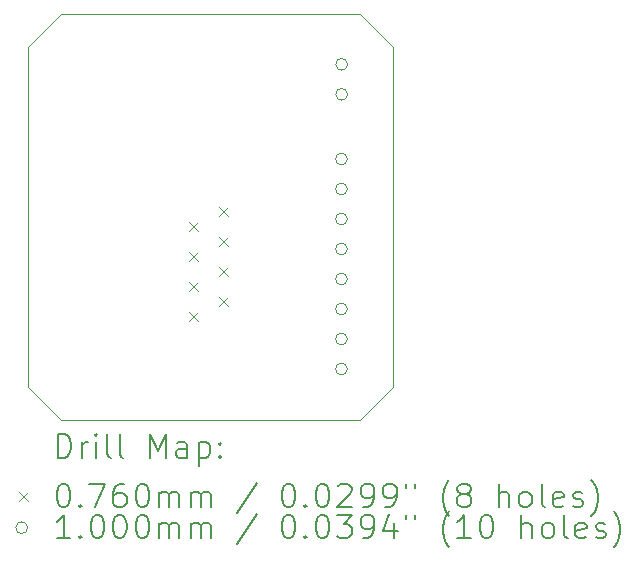
<source format=gbr>
%FSLAX45Y45*%
G04 Gerber Fmt 4.5, Leading zero omitted, Abs format (unit mm)*
G04 Created by KiCad (PCBNEW (6.0.0-0)) date 2023-03-28 13:07:50*
%MOMM*%
%LPD*%
G01*
G04 APERTURE LIST*
%TA.AperFunction,Profile*%
%ADD10C,0.100000*%
%TD*%
%ADD11C,0.200000*%
%ADD12C,0.076000*%
%ADD13C,0.100000*%
G04 APERTURE END LIST*
D10*
X2372400Y-5892800D02*
X2093000Y-5613400D01*
X4899700Y-5892800D02*
X5179100Y-5613400D01*
X2372400Y-2451100D02*
X2093000Y-2730500D01*
X5179100Y-2730500D02*
X5179100Y-5613400D01*
X4899700Y-2451100D02*
X2372400Y-2451100D01*
X2093000Y-5613400D02*
X2093000Y-2730500D01*
X4899700Y-2451100D02*
X5179100Y-2730500D01*
X4899700Y-5892800D02*
X2372400Y-5892800D01*
D11*
D12*
X3456500Y-4216500D02*
X3532500Y-4292500D01*
X3532500Y-4216500D02*
X3456500Y-4292500D01*
X3456500Y-4470500D02*
X3532500Y-4546500D01*
X3532500Y-4470500D02*
X3456500Y-4546500D01*
X3456500Y-4724500D02*
X3532500Y-4800500D01*
X3532500Y-4724500D02*
X3456500Y-4800500D01*
X3456500Y-4978500D02*
X3532500Y-5054500D01*
X3532500Y-4978500D02*
X3456500Y-5054500D01*
X3710500Y-4089500D02*
X3786500Y-4165500D01*
X3786500Y-4089500D02*
X3710500Y-4165500D01*
X3710500Y-4343500D02*
X3786500Y-4419500D01*
X3786500Y-4343500D02*
X3710500Y-4419500D01*
X3710500Y-4597500D02*
X3786500Y-4673500D01*
X3786500Y-4597500D02*
X3710500Y-4673500D01*
X3710500Y-4851500D02*
X3786500Y-4927500D01*
X3786500Y-4851500D02*
X3710500Y-4927500D01*
D13*
X4794800Y-3680000D02*
G75*
G03*
X4794800Y-3680000I-50000J0D01*
G01*
X4794800Y-3934000D02*
G75*
G03*
X4794800Y-3934000I-50000J0D01*
G01*
X4794800Y-4188000D02*
G75*
G03*
X4794800Y-4188000I-50000J0D01*
G01*
X4794800Y-4442000D02*
G75*
G03*
X4794800Y-4442000I-50000J0D01*
G01*
X4794800Y-4696000D02*
G75*
G03*
X4794800Y-4696000I-50000J0D01*
G01*
X4794800Y-4950000D02*
G75*
G03*
X4794800Y-4950000I-50000J0D01*
G01*
X4794800Y-5204000D02*
G75*
G03*
X4794800Y-5204000I-50000J0D01*
G01*
X4794800Y-5458000D02*
G75*
G03*
X4794800Y-5458000I-50000J0D01*
G01*
X4797300Y-2878500D02*
G75*
G03*
X4797300Y-2878500I-50000J0D01*
G01*
X4797300Y-3132500D02*
G75*
G03*
X4797300Y-3132500I-50000J0D01*
G01*
D11*
X2345619Y-6208276D02*
X2345619Y-6008276D01*
X2393238Y-6008276D01*
X2421810Y-6017800D01*
X2440857Y-6036848D01*
X2450381Y-6055895D01*
X2459905Y-6093990D01*
X2459905Y-6122562D01*
X2450381Y-6160657D01*
X2440857Y-6179705D01*
X2421810Y-6198752D01*
X2393238Y-6208276D01*
X2345619Y-6208276D01*
X2545619Y-6208276D02*
X2545619Y-6074943D01*
X2545619Y-6113038D02*
X2555143Y-6093990D01*
X2564667Y-6084467D01*
X2583714Y-6074943D01*
X2602762Y-6074943D01*
X2669429Y-6208276D02*
X2669429Y-6074943D01*
X2669429Y-6008276D02*
X2659905Y-6017800D01*
X2669429Y-6027324D01*
X2678952Y-6017800D01*
X2669429Y-6008276D01*
X2669429Y-6027324D01*
X2793238Y-6208276D02*
X2774190Y-6198752D01*
X2764667Y-6179705D01*
X2764667Y-6008276D01*
X2898000Y-6208276D02*
X2878952Y-6198752D01*
X2869428Y-6179705D01*
X2869428Y-6008276D01*
X3126571Y-6208276D02*
X3126571Y-6008276D01*
X3193238Y-6151133D01*
X3259905Y-6008276D01*
X3259905Y-6208276D01*
X3440857Y-6208276D02*
X3440857Y-6103514D01*
X3431333Y-6084467D01*
X3412286Y-6074943D01*
X3374190Y-6074943D01*
X3355143Y-6084467D01*
X3440857Y-6198752D02*
X3421809Y-6208276D01*
X3374190Y-6208276D01*
X3355143Y-6198752D01*
X3345619Y-6179705D01*
X3345619Y-6160657D01*
X3355143Y-6141609D01*
X3374190Y-6132086D01*
X3421809Y-6132086D01*
X3440857Y-6122562D01*
X3536095Y-6074943D02*
X3536095Y-6274943D01*
X3536095Y-6084467D02*
X3555143Y-6074943D01*
X3593238Y-6074943D01*
X3612286Y-6084467D01*
X3621809Y-6093990D01*
X3631333Y-6113038D01*
X3631333Y-6170181D01*
X3621809Y-6189228D01*
X3612286Y-6198752D01*
X3593238Y-6208276D01*
X3555143Y-6208276D01*
X3536095Y-6198752D01*
X3717048Y-6189228D02*
X3726571Y-6198752D01*
X3717048Y-6208276D01*
X3707524Y-6198752D01*
X3717048Y-6189228D01*
X3717048Y-6208276D01*
X3717048Y-6084467D02*
X3726571Y-6093990D01*
X3717048Y-6103514D01*
X3707524Y-6093990D01*
X3717048Y-6084467D01*
X3717048Y-6103514D01*
D12*
X2012000Y-6499800D02*
X2088000Y-6575800D01*
X2088000Y-6499800D02*
X2012000Y-6575800D01*
D11*
X2383714Y-6428276D02*
X2402762Y-6428276D01*
X2421810Y-6437800D01*
X2431333Y-6447324D01*
X2440857Y-6466371D01*
X2450381Y-6504467D01*
X2450381Y-6552086D01*
X2440857Y-6590181D01*
X2431333Y-6609228D01*
X2421810Y-6618752D01*
X2402762Y-6628276D01*
X2383714Y-6628276D01*
X2364667Y-6618752D01*
X2355143Y-6609228D01*
X2345619Y-6590181D01*
X2336095Y-6552086D01*
X2336095Y-6504467D01*
X2345619Y-6466371D01*
X2355143Y-6447324D01*
X2364667Y-6437800D01*
X2383714Y-6428276D01*
X2536095Y-6609228D02*
X2545619Y-6618752D01*
X2536095Y-6628276D01*
X2526571Y-6618752D01*
X2536095Y-6609228D01*
X2536095Y-6628276D01*
X2612286Y-6428276D02*
X2745619Y-6428276D01*
X2659905Y-6628276D01*
X2907524Y-6428276D02*
X2869428Y-6428276D01*
X2850381Y-6437800D01*
X2840857Y-6447324D01*
X2821809Y-6475895D01*
X2812286Y-6513990D01*
X2812286Y-6590181D01*
X2821809Y-6609228D01*
X2831333Y-6618752D01*
X2850381Y-6628276D01*
X2888476Y-6628276D01*
X2907524Y-6618752D01*
X2917048Y-6609228D01*
X2926571Y-6590181D01*
X2926571Y-6542562D01*
X2917048Y-6523514D01*
X2907524Y-6513990D01*
X2888476Y-6504467D01*
X2850381Y-6504467D01*
X2831333Y-6513990D01*
X2821809Y-6523514D01*
X2812286Y-6542562D01*
X3050381Y-6428276D02*
X3069428Y-6428276D01*
X3088476Y-6437800D01*
X3098000Y-6447324D01*
X3107524Y-6466371D01*
X3117048Y-6504467D01*
X3117048Y-6552086D01*
X3107524Y-6590181D01*
X3098000Y-6609228D01*
X3088476Y-6618752D01*
X3069428Y-6628276D01*
X3050381Y-6628276D01*
X3031333Y-6618752D01*
X3021809Y-6609228D01*
X3012286Y-6590181D01*
X3002762Y-6552086D01*
X3002762Y-6504467D01*
X3012286Y-6466371D01*
X3021809Y-6447324D01*
X3031333Y-6437800D01*
X3050381Y-6428276D01*
X3202762Y-6628276D02*
X3202762Y-6494943D01*
X3202762Y-6513990D02*
X3212286Y-6504467D01*
X3231333Y-6494943D01*
X3259905Y-6494943D01*
X3278952Y-6504467D01*
X3288476Y-6523514D01*
X3288476Y-6628276D01*
X3288476Y-6523514D02*
X3298000Y-6504467D01*
X3317048Y-6494943D01*
X3345619Y-6494943D01*
X3364667Y-6504467D01*
X3374190Y-6523514D01*
X3374190Y-6628276D01*
X3469428Y-6628276D02*
X3469428Y-6494943D01*
X3469428Y-6513990D02*
X3478952Y-6504467D01*
X3498000Y-6494943D01*
X3526571Y-6494943D01*
X3545619Y-6504467D01*
X3555143Y-6523514D01*
X3555143Y-6628276D01*
X3555143Y-6523514D02*
X3564667Y-6504467D01*
X3583714Y-6494943D01*
X3612286Y-6494943D01*
X3631333Y-6504467D01*
X3640857Y-6523514D01*
X3640857Y-6628276D01*
X4031333Y-6418752D02*
X3859905Y-6675895D01*
X4288476Y-6428276D02*
X4307524Y-6428276D01*
X4326571Y-6437800D01*
X4336095Y-6447324D01*
X4345619Y-6466371D01*
X4355143Y-6504467D01*
X4355143Y-6552086D01*
X4345619Y-6590181D01*
X4336095Y-6609228D01*
X4326571Y-6618752D01*
X4307524Y-6628276D01*
X4288476Y-6628276D01*
X4269429Y-6618752D01*
X4259905Y-6609228D01*
X4250381Y-6590181D01*
X4240857Y-6552086D01*
X4240857Y-6504467D01*
X4250381Y-6466371D01*
X4259905Y-6447324D01*
X4269429Y-6437800D01*
X4288476Y-6428276D01*
X4440857Y-6609228D02*
X4450381Y-6618752D01*
X4440857Y-6628276D01*
X4431333Y-6618752D01*
X4440857Y-6609228D01*
X4440857Y-6628276D01*
X4574190Y-6428276D02*
X4593238Y-6428276D01*
X4612286Y-6437800D01*
X4621810Y-6447324D01*
X4631333Y-6466371D01*
X4640857Y-6504467D01*
X4640857Y-6552086D01*
X4631333Y-6590181D01*
X4621810Y-6609228D01*
X4612286Y-6618752D01*
X4593238Y-6628276D01*
X4574190Y-6628276D01*
X4555143Y-6618752D01*
X4545619Y-6609228D01*
X4536095Y-6590181D01*
X4526571Y-6552086D01*
X4526571Y-6504467D01*
X4536095Y-6466371D01*
X4545619Y-6447324D01*
X4555143Y-6437800D01*
X4574190Y-6428276D01*
X4717048Y-6447324D02*
X4726571Y-6437800D01*
X4745619Y-6428276D01*
X4793238Y-6428276D01*
X4812286Y-6437800D01*
X4821810Y-6447324D01*
X4831333Y-6466371D01*
X4831333Y-6485419D01*
X4821810Y-6513990D01*
X4707524Y-6628276D01*
X4831333Y-6628276D01*
X4926571Y-6628276D02*
X4964667Y-6628276D01*
X4983714Y-6618752D01*
X4993238Y-6609228D01*
X5012286Y-6580657D01*
X5021810Y-6542562D01*
X5021810Y-6466371D01*
X5012286Y-6447324D01*
X5002762Y-6437800D01*
X4983714Y-6428276D01*
X4945619Y-6428276D01*
X4926571Y-6437800D01*
X4917048Y-6447324D01*
X4907524Y-6466371D01*
X4907524Y-6513990D01*
X4917048Y-6533038D01*
X4926571Y-6542562D01*
X4945619Y-6552086D01*
X4983714Y-6552086D01*
X5002762Y-6542562D01*
X5012286Y-6533038D01*
X5021810Y-6513990D01*
X5117048Y-6628276D02*
X5155143Y-6628276D01*
X5174190Y-6618752D01*
X5183714Y-6609228D01*
X5202762Y-6580657D01*
X5212286Y-6542562D01*
X5212286Y-6466371D01*
X5202762Y-6447324D01*
X5193238Y-6437800D01*
X5174190Y-6428276D01*
X5136095Y-6428276D01*
X5117048Y-6437800D01*
X5107524Y-6447324D01*
X5098000Y-6466371D01*
X5098000Y-6513990D01*
X5107524Y-6533038D01*
X5117048Y-6542562D01*
X5136095Y-6552086D01*
X5174190Y-6552086D01*
X5193238Y-6542562D01*
X5202762Y-6533038D01*
X5212286Y-6513990D01*
X5288476Y-6428276D02*
X5288476Y-6466371D01*
X5364667Y-6428276D02*
X5364667Y-6466371D01*
X5659905Y-6704467D02*
X5650381Y-6694943D01*
X5631333Y-6666371D01*
X5621809Y-6647324D01*
X5612286Y-6618752D01*
X5602762Y-6571133D01*
X5602762Y-6533038D01*
X5612286Y-6485419D01*
X5621809Y-6456848D01*
X5631333Y-6437800D01*
X5650381Y-6409228D01*
X5659905Y-6399705D01*
X5764667Y-6513990D02*
X5745619Y-6504467D01*
X5736095Y-6494943D01*
X5726571Y-6475895D01*
X5726571Y-6466371D01*
X5736095Y-6447324D01*
X5745619Y-6437800D01*
X5764667Y-6428276D01*
X5802762Y-6428276D01*
X5821809Y-6437800D01*
X5831333Y-6447324D01*
X5840857Y-6466371D01*
X5840857Y-6475895D01*
X5831333Y-6494943D01*
X5821809Y-6504467D01*
X5802762Y-6513990D01*
X5764667Y-6513990D01*
X5745619Y-6523514D01*
X5736095Y-6533038D01*
X5726571Y-6552086D01*
X5726571Y-6590181D01*
X5736095Y-6609228D01*
X5745619Y-6618752D01*
X5764667Y-6628276D01*
X5802762Y-6628276D01*
X5821809Y-6618752D01*
X5831333Y-6609228D01*
X5840857Y-6590181D01*
X5840857Y-6552086D01*
X5831333Y-6533038D01*
X5821809Y-6523514D01*
X5802762Y-6513990D01*
X6078952Y-6628276D02*
X6078952Y-6428276D01*
X6164667Y-6628276D02*
X6164667Y-6523514D01*
X6155143Y-6504467D01*
X6136095Y-6494943D01*
X6107524Y-6494943D01*
X6088476Y-6504467D01*
X6078952Y-6513990D01*
X6288476Y-6628276D02*
X6269428Y-6618752D01*
X6259905Y-6609228D01*
X6250381Y-6590181D01*
X6250381Y-6533038D01*
X6259905Y-6513990D01*
X6269428Y-6504467D01*
X6288476Y-6494943D01*
X6317048Y-6494943D01*
X6336095Y-6504467D01*
X6345619Y-6513990D01*
X6355143Y-6533038D01*
X6355143Y-6590181D01*
X6345619Y-6609228D01*
X6336095Y-6618752D01*
X6317048Y-6628276D01*
X6288476Y-6628276D01*
X6469428Y-6628276D02*
X6450381Y-6618752D01*
X6440857Y-6599705D01*
X6440857Y-6428276D01*
X6621809Y-6618752D02*
X6602762Y-6628276D01*
X6564667Y-6628276D01*
X6545619Y-6618752D01*
X6536095Y-6599705D01*
X6536095Y-6523514D01*
X6545619Y-6504467D01*
X6564667Y-6494943D01*
X6602762Y-6494943D01*
X6621809Y-6504467D01*
X6631333Y-6523514D01*
X6631333Y-6542562D01*
X6536095Y-6561609D01*
X6707524Y-6618752D02*
X6726571Y-6628276D01*
X6764667Y-6628276D01*
X6783714Y-6618752D01*
X6793238Y-6599705D01*
X6793238Y-6590181D01*
X6783714Y-6571133D01*
X6764667Y-6561609D01*
X6736095Y-6561609D01*
X6717048Y-6552086D01*
X6707524Y-6533038D01*
X6707524Y-6523514D01*
X6717048Y-6504467D01*
X6736095Y-6494943D01*
X6764667Y-6494943D01*
X6783714Y-6504467D01*
X6859905Y-6704467D02*
X6869428Y-6694943D01*
X6888476Y-6666371D01*
X6898000Y-6647324D01*
X6907524Y-6618752D01*
X6917048Y-6571133D01*
X6917048Y-6533038D01*
X6907524Y-6485419D01*
X6898000Y-6456848D01*
X6888476Y-6437800D01*
X6869428Y-6409228D01*
X6859905Y-6399705D01*
D13*
X2088000Y-6801800D02*
G75*
G03*
X2088000Y-6801800I-50000J0D01*
G01*
D11*
X2450381Y-6892276D02*
X2336095Y-6892276D01*
X2393238Y-6892276D02*
X2393238Y-6692276D01*
X2374190Y-6720848D01*
X2355143Y-6739895D01*
X2336095Y-6749419D01*
X2536095Y-6873228D02*
X2545619Y-6882752D01*
X2536095Y-6892276D01*
X2526571Y-6882752D01*
X2536095Y-6873228D01*
X2536095Y-6892276D01*
X2669429Y-6692276D02*
X2688476Y-6692276D01*
X2707524Y-6701800D01*
X2717048Y-6711324D01*
X2726571Y-6730371D01*
X2736095Y-6768467D01*
X2736095Y-6816086D01*
X2726571Y-6854181D01*
X2717048Y-6873228D01*
X2707524Y-6882752D01*
X2688476Y-6892276D01*
X2669429Y-6892276D01*
X2650381Y-6882752D01*
X2640857Y-6873228D01*
X2631333Y-6854181D01*
X2621810Y-6816086D01*
X2621810Y-6768467D01*
X2631333Y-6730371D01*
X2640857Y-6711324D01*
X2650381Y-6701800D01*
X2669429Y-6692276D01*
X2859905Y-6692276D02*
X2878952Y-6692276D01*
X2898000Y-6701800D01*
X2907524Y-6711324D01*
X2917048Y-6730371D01*
X2926571Y-6768467D01*
X2926571Y-6816086D01*
X2917048Y-6854181D01*
X2907524Y-6873228D01*
X2898000Y-6882752D01*
X2878952Y-6892276D01*
X2859905Y-6892276D01*
X2840857Y-6882752D01*
X2831333Y-6873228D01*
X2821809Y-6854181D01*
X2812286Y-6816086D01*
X2812286Y-6768467D01*
X2821809Y-6730371D01*
X2831333Y-6711324D01*
X2840857Y-6701800D01*
X2859905Y-6692276D01*
X3050381Y-6692276D02*
X3069428Y-6692276D01*
X3088476Y-6701800D01*
X3098000Y-6711324D01*
X3107524Y-6730371D01*
X3117048Y-6768467D01*
X3117048Y-6816086D01*
X3107524Y-6854181D01*
X3098000Y-6873228D01*
X3088476Y-6882752D01*
X3069428Y-6892276D01*
X3050381Y-6892276D01*
X3031333Y-6882752D01*
X3021809Y-6873228D01*
X3012286Y-6854181D01*
X3002762Y-6816086D01*
X3002762Y-6768467D01*
X3012286Y-6730371D01*
X3021809Y-6711324D01*
X3031333Y-6701800D01*
X3050381Y-6692276D01*
X3202762Y-6892276D02*
X3202762Y-6758943D01*
X3202762Y-6777990D02*
X3212286Y-6768467D01*
X3231333Y-6758943D01*
X3259905Y-6758943D01*
X3278952Y-6768467D01*
X3288476Y-6787514D01*
X3288476Y-6892276D01*
X3288476Y-6787514D02*
X3298000Y-6768467D01*
X3317048Y-6758943D01*
X3345619Y-6758943D01*
X3364667Y-6768467D01*
X3374190Y-6787514D01*
X3374190Y-6892276D01*
X3469428Y-6892276D02*
X3469428Y-6758943D01*
X3469428Y-6777990D02*
X3478952Y-6768467D01*
X3498000Y-6758943D01*
X3526571Y-6758943D01*
X3545619Y-6768467D01*
X3555143Y-6787514D01*
X3555143Y-6892276D01*
X3555143Y-6787514D02*
X3564667Y-6768467D01*
X3583714Y-6758943D01*
X3612286Y-6758943D01*
X3631333Y-6768467D01*
X3640857Y-6787514D01*
X3640857Y-6892276D01*
X4031333Y-6682752D02*
X3859905Y-6939895D01*
X4288476Y-6692276D02*
X4307524Y-6692276D01*
X4326571Y-6701800D01*
X4336095Y-6711324D01*
X4345619Y-6730371D01*
X4355143Y-6768467D01*
X4355143Y-6816086D01*
X4345619Y-6854181D01*
X4336095Y-6873228D01*
X4326571Y-6882752D01*
X4307524Y-6892276D01*
X4288476Y-6892276D01*
X4269429Y-6882752D01*
X4259905Y-6873228D01*
X4250381Y-6854181D01*
X4240857Y-6816086D01*
X4240857Y-6768467D01*
X4250381Y-6730371D01*
X4259905Y-6711324D01*
X4269429Y-6701800D01*
X4288476Y-6692276D01*
X4440857Y-6873228D02*
X4450381Y-6882752D01*
X4440857Y-6892276D01*
X4431333Y-6882752D01*
X4440857Y-6873228D01*
X4440857Y-6892276D01*
X4574190Y-6692276D02*
X4593238Y-6692276D01*
X4612286Y-6701800D01*
X4621810Y-6711324D01*
X4631333Y-6730371D01*
X4640857Y-6768467D01*
X4640857Y-6816086D01*
X4631333Y-6854181D01*
X4621810Y-6873228D01*
X4612286Y-6882752D01*
X4593238Y-6892276D01*
X4574190Y-6892276D01*
X4555143Y-6882752D01*
X4545619Y-6873228D01*
X4536095Y-6854181D01*
X4526571Y-6816086D01*
X4526571Y-6768467D01*
X4536095Y-6730371D01*
X4545619Y-6711324D01*
X4555143Y-6701800D01*
X4574190Y-6692276D01*
X4707524Y-6692276D02*
X4831333Y-6692276D01*
X4764667Y-6768467D01*
X4793238Y-6768467D01*
X4812286Y-6777990D01*
X4821810Y-6787514D01*
X4831333Y-6806562D01*
X4831333Y-6854181D01*
X4821810Y-6873228D01*
X4812286Y-6882752D01*
X4793238Y-6892276D01*
X4736095Y-6892276D01*
X4717048Y-6882752D01*
X4707524Y-6873228D01*
X4926571Y-6892276D02*
X4964667Y-6892276D01*
X4983714Y-6882752D01*
X4993238Y-6873228D01*
X5012286Y-6844657D01*
X5021810Y-6806562D01*
X5021810Y-6730371D01*
X5012286Y-6711324D01*
X5002762Y-6701800D01*
X4983714Y-6692276D01*
X4945619Y-6692276D01*
X4926571Y-6701800D01*
X4917048Y-6711324D01*
X4907524Y-6730371D01*
X4907524Y-6777990D01*
X4917048Y-6797038D01*
X4926571Y-6806562D01*
X4945619Y-6816086D01*
X4983714Y-6816086D01*
X5002762Y-6806562D01*
X5012286Y-6797038D01*
X5021810Y-6777990D01*
X5193238Y-6758943D02*
X5193238Y-6892276D01*
X5145619Y-6682752D02*
X5098000Y-6825609D01*
X5221810Y-6825609D01*
X5288476Y-6692276D02*
X5288476Y-6730371D01*
X5364667Y-6692276D02*
X5364667Y-6730371D01*
X5659905Y-6968467D02*
X5650381Y-6958943D01*
X5631333Y-6930371D01*
X5621809Y-6911324D01*
X5612286Y-6882752D01*
X5602762Y-6835133D01*
X5602762Y-6797038D01*
X5612286Y-6749419D01*
X5621809Y-6720848D01*
X5631333Y-6701800D01*
X5650381Y-6673228D01*
X5659905Y-6663705D01*
X5840857Y-6892276D02*
X5726571Y-6892276D01*
X5783714Y-6892276D02*
X5783714Y-6692276D01*
X5764667Y-6720848D01*
X5745619Y-6739895D01*
X5726571Y-6749419D01*
X5964667Y-6692276D02*
X5983714Y-6692276D01*
X6002762Y-6701800D01*
X6012286Y-6711324D01*
X6021809Y-6730371D01*
X6031333Y-6768467D01*
X6031333Y-6816086D01*
X6021809Y-6854181D01*
X6012286Y-6873228D01*
X6002762Y-6882752D01*
X5983714Y-6892276D01*
X5964667Y-6892276D01*
X5945619Y-6882752D01*
X5936095Y-6873228D01*
X5926571Y-6854181D01*
X5917048Y-6816086D01*
X5917048Y-6768467D01*
X5926571Y-6730371D01*
X5936095Y-6711324D01*
X5945619Y-6701800D01*
X5964667Y-6692276D01*
X6269428Y-6892276D02*
X6269428Y-6692276D01*
X6355143Y-6892276D02*
X6355143Y-6787514D01*
X6345619Y-6768467D01*
X6326571Y-6758943D01*
X6298000Y-6758943D01*
X6278952Y-6768467D01*
X6269428Y-6777990D01*
X6478952Y-6892276D02*
X6459905Y-6882752D01*
X6450381Y-6873228D01*
X6440857Y-6854181D01*
X6440857Y-6797038D01*
X6450381Y-6777990D01*
X6459905Y-6768467D01*
X6478952Y-6758943D01*
X6507524Y-6758943D01*
X6526571Y-6768467D01*
X6536095Y-6777990D01*
X6545619Y-6797038D01*
X6545619Y-6854181D01*
X6536095Y-6873228D01*
X6526571Y-6882752D01*
X6507524Y-6892276D01*
X6478952Y-6892276D01*
X6659905Y-6892276D02*
X6640857Y-6882752D01*
X6631333Y-6863705D01*
X6631333Y-6692276D01*
X6812286Y-6882752D02*
X6793238Y-6892276D01*
X6755143Y-6892276D01*
X6736095Y-6882752D01*
X6726571Y-6863705D01*
X6726571Y-6787514D01*
X6736095Y-6768467D01*
X6755143Y-6758943D01*
X6793238Y-6758943D01*
X6812286Y-6768467D01*
X6821809Y-6787514D01*
X6821809Y-6806562D01*
X6726571Y-6825609D01*
X6898000Y-6882752D02*
X6917048Y-6892276D01*
X6955143Y-6892276D01*
X6974190Y-6882752D01*
X6983714Y-6863705D01*
X6983714Y-6854181D01*
X6974190Y-6835133D01*
X6955143Y-6825609D01*
X6926571Y-6825609D01*
X6907524Y-6816086D01*
X6898000Y-6797038D01*
X6898000Y-6787514D01*
X6907524Y-6768467D01*
X6926571Y-6758943D01*
X6955143Y-6758943D01*
X6974190Y-6768467D01*
X7050381Y-6968467D02*
X7059905Y-6958943D01*
X7078952Y-6930371D01*
X7088476Y-6911324D01*
X7098000Y-6882752D01*
X7107524Y-6835133D01*
X7107524Y-6797038D01*
X7098000Y-6749419D01*
X7088476Y-6720848D01*
X7078952Y-6701800D01*
X7059905Y-6673228D01*
X7050381Y-6663705D01*
M02*

</source>
